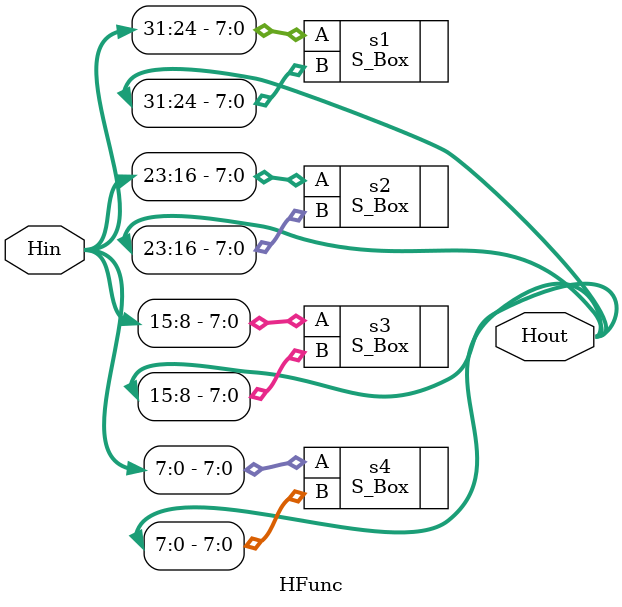
<source format=sv>
`timescale 1ns / 1ps

module HFunc(
input logic [31:0] Hin,
output logic [31:0] Hout
    );
    S_Box s1(.A(Hin [31:24]), .B(Hout [31:24]));
    S_Box s2(.A(Hin [23:16]), .B(Hout [23:16]));
    S_Box s3(.A(Hin [15:8]), .B(Hout [15:8]));
    S_Box s4(.A(Hin [7:0]), .B(Hout [7:0]));
endmodule
</source>
